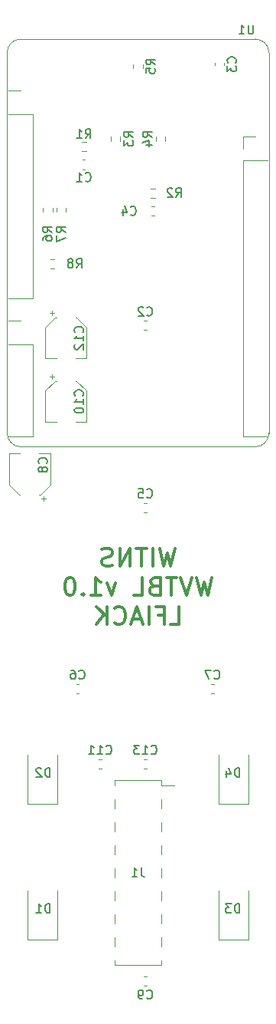
<source format=gbr>
%TF.GenerationSoftware,KiCad,Pcbnew,(6.0.9)*%
%TF.CreationDate,2023-01-29T17:20:29+01:00*%
%TF.ProjectId,wvtbl_main_board,77767462-6c5f-46d6-9169-6e5f626f6172,rev?*%
%TF.SameCoordinates,Original*%
%TF.FileFunction,Legend,Bot*%
%TF.FilePolarity,Positive*%
%FSLAX46Y46*%
G04 Gerber Fmt 4.6, Leading zero omitted, Abs format (unit mm)*
G04 Created by KiCad (PCBNEW (6.0.9)) date 2023-01-29 17:20:29*
%MOMM*%
%LPD*%
G01*
G04 APERTURE LIST*
%ADD10C,0.300000*%
%ADD11C,0.150000*%
%ADD12C,0.120000*%
G04 APERTURE END LIST*
D10*
X54095238Y-104184761D02*
X53619047Y-106184761D01*
X53238095Y-104756190D01*
X52857142Y-106184761D01*
X52380952Y-104184761D01*
X51619047Y-106184761D02*
X51619047Y-104184761D01*
X50952380Y-104184761D02*
X49809523Y-104184761D01*
X50380952Y-106184761D02*
X50380952Y-104184761D01*
X49142857Y-106184761D02*
X49142857Y-104184761D01*
X48000000Y-106184761D01*
X48000000Y-104184761D01*
X47142857Y-106089523D02*
X46857142Y-106184761D01*
X46380952Y-106184761D01*
X46190476Y-106089523D01*
X46095238Y-105994285D01*
X46000000Y-105803809D01*
X46000000Y-105613333D01*
X46095238Y-105422857D01*
X46190476Y-105327619D01*
X46380952Y-105232380D01*
X46761904Y-105137142D01*
X46952380Y-105041904D01*
X47047619Y-104946666D01*
X47142857Y-104756190D01*
X47142857Y-104565714D01*
X47047619Y-104375238D01*
X46952380Y-104280000D01*
X46761904Y-104184761D01*
X46285714Y-104184761D01*
X46000000Y-104280000D01*
X58190476Y-107404761D02*
X57714285Y-109404761D01*
X57333333Y-107976190D01*
X56952380Y-109404761D01*
X56476190Y-107404761D01*
X56000000Y-107404761D02*
X55333333Y-109404761D01*
X54666666Y-107404761D01*
X54285714Y-107404761D02*
X53142857Y-107404761D01*
X53714285Y-109404761D02*
X53714285Y-107404761D01*
X51809523Y-108357142D02*
X51523809Y-108452380D01*
X51428571Y-108547619D01*
X51333333Y-108738095D01*
X51333333Y-109023809D01*
X51428571Y-109214285D01*
X51523809Y-109309523D01*
X51714285Y-109404761D01*
X52476190Y-109404761D01*
X52476190Y-107404761D01*
X51809523Y-107404761D01*
X51619047Y-107500000D01*
X51523809Y-107595238D01*
X51428571Y-107785714D01*
X51428571Y-107976190D01*
X51523809Y-108166666D01*
X51619047Y-108261904D01*
X51809523Y-108357142D01*
X52476190Y-108357142D01*
X49523809Y-109404761D02*
X50476190Y-109404761D01*
X50476190Y-107404761D01*
X47523809Y-108071428D02*
X47047619Y-109404761D01*
X46571428Y-108071428D01*
X44761904Y-109404761D02*
X45904761Y-109404761D01*
X45333333Y-109404761D02*
X45333333Y-107404761D01*
X45523809Y-107690476D01*
X45714285Y-107880952D01*
X45904761Y-107976190D01*
X43904761Y-109214285D02*
X43809523Y-109309523D01*
X43904761Y-109404761D01*
X43999999Y-109309523D01*
X43904761Y-109214285D01*
X43904761Y-109404761D01*
X42571428Y-107404761D02*
X42380952Y-107404761D01*
X42190476Y-107500000D01*
X42095238Y-107595238D01*
X41999999Y-107785714D01*
X41904761Y-108166666D01*
X41904761Y-108642857D01*
X41999999Y-109023809D01*
X42095238Y-109214285D01*
X42190476Y-109309523D01*
X42380952Y-109404761D01*
X42571428Y-109404761D01*
X42761904Y-109309523D01*
X42857142Y-109214285D01*
X42952380Y-109023809D01*
X43047619Y-108642857D01*
X43047619Y-108166666D01*
X42952380Y-107785714D01*
X42857142Y-107595238D01*
X42761904Y-107500000D01*
X42571428Y-107404761D01*
X53571428Y-112624761D02*
X54523809Y-112624761D01*
X54523809Y-110624761D01*
X52238095Y-111577142D02*
X52904761Y-111577142D01*
X52904761Y-112624761D02*
X52904761Y-110624761D01*
X51952380Y-110624761D01*
X51190476Y-112624761D02*
X51190476Y-110624761D01*
X50333333Y-112053333D02*
X49380952Y-112053333D01*
X50523809Y-112624761D02*
X49857142Y-110624761D01*
X49190476Y-112624761D01*
X47380952Y-112434285D02*
X47476190Y-112529523D01*
X47761904Y-112624761D01*
X47952380Y-112624761D01*
X48238095Y-112529523D01*
X48428571Y-112339047D01*
X48523809Y-112148571D01*
X48619047Y-111767619D01*
X48619047Y-111481904D01*
X48523809Y-111100952D01*
X48428571Y-110910476D01*
X48238095Y-110720000D01*
X47952380Y-110624761D01*
X47761904Y-110624761D01*
X47476190Y-110720000D01*
X47380952Y-110815238D01*
X46523809Y-112624761D02*
X46523809Y-110624761D01*
X45380952Y-112624761D02*
X46238095Y-111481904D01*
X45380952Y-110624761D02*
X46523809Y-111767619D01*
D11*
%TO.C,R4*%
X51522380Y-58833333D02*
X51046190Y-58500000D01*
X51522380Y-58261904D02*
X50522380Y-58261904D01*
X50522380Y-58642857D01*
X50570000Y-58738095D01*
X50617619Y-58785714D01*
X50712857Y-58833333D01*
X50855714Y-58833333D01*
X50950952Y-58785714D01*
X50998571Y-58738095D01*
X51046190Y-58642857D01*
X51046190Y-58261904D01*
X50855714Y-59690476D02*
X51522380Y-59690476D01*
X50474761Y-59452380D02*
X51189047Y-59214285D01*
X51189047Y-59833333D01*
%TO.C,R3*%
X49452380Y-58833333D02*
X48976190Y-58500000D01*
X49452380Y-58261904D02*
X48452380Y-58261904D01*
X48452380Y-58642857D01*
X48500000Y-58738095D01*
X48547619Y-58785714D01*
X48642857Y-58833333D01*
X48785714Y-58833333D01*
X48880952Y-58785714D01*
X48928571Y-58738095D01*
X48976190Y-58642857D01*
X48976190Y-58261904D01*
X48452380Y-59166666D02*
X48452380Y-59785714D01*
X48833333Y-59452380D01*
X48833333Y-59595238D01*
X48880952Y-59690476D01*
X48928571Y-59738095D01*
X49023809Y-59785714D01*
X49261904Y-59785714D01*
X49357142Y-59738095D01*
X49404761Y-59690476D01*
X49452380Y-59595238D01*
X49452380Y-59309523D01*
X49404761Y-59214285D01*
X49357142Y-59166666D01*
%TO.C,C3*%
X60787142Y-50608333D02*
X60834761Y-50560714D01*
X60882380Y-50417857D01*
X60882380Y-50322619D01*
X60834761Y-50179761D01*
X60739523Y-50084523D01*
X60644285Y-50036904D01*
X60453809Y-49989285D01*
X60310952Y-49989285D01*
X60120476Y-50036904D01*
X60025238Y-50084523D01*
X59930000Y-50179761D01*
X59882380Y-50322619D01*
X59882380Y-50417857D01*
X59930000Y-50560714D01*
X59977619Y-50608333D01*
X59882380Y-50941666D02*
X59882380Y-51560714D01*
X60263333Y-51227380D01*
X60263333Y-51370238D01*
X60310952Y-51465476D01*
X60358571Y-51513095D01*
X60453809Y-51560714D01*
X60691904Y-51560714D01*
X60787142Y-51513095D01*
X60834761Y-51465476D01*
X60882380Y-51370238D01*
X60882380Y-51084523D01*
X60834761Y-50989285D01*
X60787142Y-50941666D01*
%TO.C,C9*%
X50966666Y-153857142D02*
X51014285Y-153904761D01*
X51157142Y-153952380D01*
X51252380Y-153952380D01*
X51395238Y-153904761D01*
X51490476Y-153809523D01*
X51538095Y-153714285D01*
X51585714Y-153523809D01*
X51585714Y-153380952D01*
X51538095Y-153190476D01*
X51490476Y-153095238D01*
X51395238Y-153000000D01*
X51252380Y-152952380D01*
X51157142Y-152952380D01*
X51014285Y-153000000D01*
X50966666Y-153047619D01*
X50490476Y-153952380D02*
X50300000Y-153952380D01*
X50204761Y-153904761D01*
X50157142Y-153857142D01*
X50061904Y-153714285D01*
X50014285Y-153523809D01*
X50014285Y-153142857D01*
X50061904Y-153047619D01*
X50109523Y-153000000D01*
X50204761Y-152952380D01*
X50395238Y-152952380D01*
X50490476Y-153000000D01*
X50538095Y-153047619D01*
X50585714Y-153142857D01*
X50585714Y-153380952D01*
X50538095Y-153476190D01*
X50490476Y-153523809D01*
X50395238Y-153571428D01*
X50204761Y-153571428D01*
X50109523Y-153523809D01*
X50061904Y-153476190D01*
X50014285Y-153380952D01*
%TO.C,D4*%
X61238095Y-129452380D02*
X61238095Y-128452380D01*
X61000000Y-128452380D01*
X60857142Y-128500000D01*
X60761904Y-128595238D01*
X60714285Y-128690476D01*
X60666666Y-128880952D01*
X60666666Y-129023809D01*
X60714285Y-129214285D01*
X60761904Y-129309523D01*
X60857142Y-129404761D01*
X61000000Y-129452380D01*
X61238095Y-129452380D01*
X59809523Y-128785714D02*
X59809523Y-129452380D01*
X60047619Y-128404761D02*
X60285714Y-129119047D01*
X59666666Y-129119047D01*
%TO.C,R8*%
X43166666Y-73252380D02*
X43500000Y-72776190D01*
X43738095Y-73252380D02*
X43738095Y-72252380D01*
X43357142Y-72252380D01*
X43261904Y-72300000D01*
X43214285Y-72347619D01*
X43166666Y-72442857D01*
X43166666Y-72585714D01*
X43214285Y-72680952D01*
X43261904Y-72728571D01*
X43357142Y-72776190D01*
X43738095Y-72776190D01*
X42595238Y-72680952D02*
X42690476Y-72633333D01*
X42738095Y-72585714D01*
X42785714Y-72490476D01*
X42785714Y-72442857D01*
X42738095Y-72347619D01*
X42690476Y-72300000D01*
X42595238Y-72252380D01*
X42404761Y-72252380D01*
X42309523Y-72300000D01*
X42261904Y-72347619D01*
X42214285Y-72442857D01*
X42214285Y-72490476D01*
X42261904Y-72585714D01*
X42309523Y-72633333D01*
X42404761Y-72680952D01*
X42595238Y-72680952D01*
X42690476Y-72728571D01*
X42738095Y-72776190D01*
X42785714Y-72871428D01*
X42785714Y-73061904D01*
X42738095Y-73157142D01*
X42690476Y-73204761D01*
X42595238Y-73252380D01*
X42404761Y-73252380D01*
X42309523Y-73204761D01*
X42261904Y-73157142D01*
X42214285Y-73061904D01*
X42214285Y-72871428D01*
X42261904Y-72776190D01*
X42309523Y-72728571D01*
X42404761Y-72680952D01*
%TO.C,C2*%
X50966666Y-78457142D02*
X51014285Y-78504761D01*
X51157142Y-78552380D01*
X51252380Y-78552380D01*
X51395238Y-78504761D01*
X51490476Y-78409523D01*
X51538095Y-78314285D01*
X51585714Y-78123809D01*
X51585714Y-77980952D01*
X51538095Y-77790476D01*
X51490476Y-77695238D01*
X51395238Y-77600000D01*
X51252380Y-77552380D01*
X51157142Y-77552380D01*
X51014285Y-77600000D01*
X50966666Y-77647619D01*
X50585714Y-77647619D02*
X50538095Y-77600000D01*
X50442857Y-77552380D01*
X50204761Y-77552380D01*
X50109523Y-77600000D01*
X50061904Y-77647619D01*
X50014285Y-77742857D01*
X50014285Y-77838095D01*
X50061904Y-77980952D01*
X50633333Y-78552380D01*
X50014285Y-78552380D01*
%TO.C,J1*%
X50333333Y-139452380D02*
X50333333Y-140166666D01*
X50380952Y-140309523D01*
X50476190Y-140404761D01*
X50619047Y-140452380D01*
X50714285Y-140452380D01*
X49333333Y-140452380D02*
X49904761Y-140452380D01*
X49619047Y-140452380D02*
X49619047Y-139452380D01*
X49714285Y-139595238D01*
X49809523Y-139690476D01*
X49904761Y-139738095D01*
%TO.C,C8*%
X39857142Y-94833333D02*
X39904761Y-94785714D01*
X39952380Y-94642857D01*
X39952380Y-94547619D01*
X39904761Y-94404761D01*
X39809523Y-94309523D01*
X39714285Y-94261904D01*
X39523809Y-94214285D01*
X39380952Y-94214285D01*
X39190476Y-94261904D01*
X39095238Y-94309523D01*
X39000000Y-94404761D01*
X38952380Y-94547619D01*
X38952380Y-94642857D01*
X39000000Y-94785714D01*
X39047619Y-94833333D01*
X39380952Y-95404761D02*
X39333333Y-95309523D01*
X39285714Y-95261904D01*
X39190476Y-95214285D01*
X39142857Y-95214285D01*
X39047619Y-95261904D01*
X39000000Y-95309523D01*
X38952380Y-95404761D01*
X38952380Y-95595238D01*
X39000000Y-95690476D01*
X39047619Y-95738095D01*
X39142857Y-95785714D01*
X39190476Y-95785714D01*
X39285714Y-95738095D01*
X39333333Y-95690476D01*
X39380952Y-95595238D01*
X39380952Y-95404761D01*
X39428571Y-95309523D01*
X39476190Y-95261904D01*
X39571428Y-95214285D01*
X39761904Y-95214285D01*
X39857142Y-95261904D01*
X39904761Y-95309523D01*
X39952380Y-95404761D01*
X39952380Y-95595238D01*
X39904761Y-95690476D01*
X39857142Y-95738095D01*
X39761904Y-95785714D01*
X39571428Y-95785714D01*
X39476190Y-95738095D01*
X39428571Y-95690476D01*
X39380952Y-95595238D01*
%TO.C,C12*%
X43857142Y-80357142D02*
X43904761Y-80309523D01*
X43952380Y-80166666D01*
X43952380Y-80071428D01*
X43904761Y-79928571D01*
X43809523Y-79833333D01*
X43714285Y-79785714D01*
X43523809Y-79738095D01*
X43380952Y-79738095D01*
X43190476Y-79785714D01*
X43095238Y-79833333D01*
X43000000Y-79928571D01*
X42952380Y-80071428D01*
X42952380Y-80166666D01*
X43000000Y-80309523D01*
X43047619Y-80357142D01*
X43952380Y-81309523D02*
X43952380Y-80738095D01*
X43952380Y-81023809D02*
X42952380Y-81023809D01*
X43095238Y-80928571D01*
X43190476Y-80833333D01*
X43238095Y-80738095D01*
X43047619Y-81690476D02*
X43000000Y-81738095D01*
X42952380Y-81833333D01*
X42952380Y-82071428D01*
X43000000Y-82166666D01*
X43047619Y-82214285D01*
X43142857Y-82261904D01*
X43238095Y-82261904D01*
X43380952Y-82214285D01*
X43952380Y-81642857D01*
X43952380Y-82261904D01*
%TO.C,C1*%
X44166666Y-63637142D02*
X44214285Y-63684761D01*
X44357142Y-63732380D01*
X44452380Y-63732380D01*
X44595238Y-63684761D01*
X44690476Y-63589523D01*
X44738095Y-63494285D01*
X44785714Y-63303809D01*
X44785714Y-63160952D01*
X44738095Y-62970476D01*
X44690476Y-62875238D01*
X44595238Y-62780000D01*
X44452380Y-62732380D01*
X44357142Y-62732380D01*
X44214285Y-62780000D01*
X44166666Y-62827619D01*
X43214285Y-63732380D02*
X43785714Y-63732380D01*
X43500000Y-63732380D02*
X43500000Y-62732380D01*
X43595238Y-62875238D01*
X43690476Y-62970476D01*
X43785714Y-63018095D01*
%TO.C,R2*%
X54166666Y-65452380D02*
X54500000Y-64976190D01*
X54738095Y-65452380D02*
X54738095Y-64452380D01*
X54357142Y-64452380D01*
X54261904Y-64500000D01*
X54214285Y-64547619D01*
X54166666Y-64642857D01*
X54166666Y-64785714D01*
X54214285Y-64880952D01*
X54261904Y-64928571D01*
X54357142Y-64976190D01*
X54738095Y-64976190D01*
X53785714Y-64547619D02*
X53738095Y-64500000D01*
X53642857Y-64452380D01*
X53404761Y-64452380D01*
X53309523Y-64500000D01*
X53261904Y-64547619D01*
X53214285Y-64642857D01*
X53214285Y-64738095D01*
X53261904Y-64880952D01*
X53833333Y-65452380D01*
X53214285Y-65452380D01*
%TO.C,C10*%
X43857142Y-87357142D02*
X43904761Y-87309523D01*
X43952380Y-87166666D01*
X43952380Y-87071428D01*
X43904761Y-86928571D01*
X43809523Y-86833333D01*
X43714285Y-86785714D01*
X43523809Y-86738095D01*
X43380952Y-86738095D01*
X43190476Y-86785714D01*
X43095238Y-86833333D01*
X43000000Y-86928571D01*
X42952380Y-87071428D01*
X42952380Y-87166666D01*
X43000000Y-87309523D01*
X43047619Y-87357142D01*
X43952380Y-88309523D02*
X43952380Y-87738095D01*
X43952380Y-88023809D02*
X42952380Y-88023809D01*
X43095238Y-87928571D01*
X43190476Y-87833333D01*
X43238095Y-87738095D01*
X42952380Y-88928571D02*
X42952380Y-89023809D01*
X43000000Y-89119047D01*
X43047619Y-89166666D01*
X43142857Y-89214285D01*
X43333333Y-89261904D01*
X43571428Y-89261904D01*
X43761904Y-89214285D01*
X43857142Y-89166666D01*
X43904761Y-89119047D01*
X43952380Y-89023809D01*
X43952380Y-88928571D01*
X43904761Y-88833333D01*
X43857142Y-88785714D01*
X43761904Y-88738095D01*
X43571428Y-88690476D01*
X43333333Y-88690476D01*
X43142857Y-88738095D01*
X43047619Y-88785714D01*
X43000000Y-88833333D01*
X42952380Y-88928571D01*
%TO.C,R5*%
X51882380Y-50833333D02*
X51406190Y-50500000D01*
X51882380Y-50261904D02*
X50882380Y-50261904D01*
X50882380Y-50642857D01*
X50930000Y-50738095D01*
X50977619Y-50785714D01*
X51072857Y-50833333D01*
X51215714Y-50833333D01*
X51310952Y-50785714D01*
X51358571Y-50738095D01*
X51406190Y-50642857D01*
X51406190Y-50261904D01*
X50882380Y-51738095D02*
X50882380Y-51261904D01*
X51358571Y-51214285D01*
X51310952Y-51261904D01*
X51263333Y-51357142D01*
X51263333Y-51595238D01*
X51310952Y-51690476D01*
X51358571Y-51738095D01*
X51453809Y-51785714D01*
X51691904Y-51785714D01*
X51787142Y-51738095D01*
X51834761Y-51690476D01*
X51882380Y-51595238D01*
X51882380Y-51357142D01*
X51834761Y-51261904D01*
X51787142Y-51214285D01*
%TO.C,D2*%
X40238095Y-129452380D02*
X40238095Y-128452380D01*
X40000000Y-128452380D01*
X39857142Y-128500000D01*
X39761904Y-128595238D01*
X39714285Y-128690476D01*
X39666666Y-128880952D01*
X39666666Y-129023809D01*
X39714285Y-129214285D01*
X39761904Y-129309523D01*
X39857142Y-129404761D01*
X40000000Y-129452380D01*
X40238095Y-129452380D01*
X39285714Y-128547619D02*
X39238095Y-128500000D01*
X39142857Y-128452380D01*
X38904761Y-128452380D01*
X38809523Y-128500000D01*
X38761904Y-128547619D01*
X38714285Y-128642857D01*
X38714285Y-128738095D01*
X38761904Y-128880952D01*
X39333333Y-129452380D01*
X38714285Y-129452380D01*
%TO.C,R6*%
X40452380Y-69333333D02*
X39976190Y-69000000D01*
X40452380Y-68761904D02*
X39452380Y-68761904D01*
X39452380Y-69142857D01*
X39500000Y-69238095D01*
X39547619Y-69285714D01*
X39642857Y-69333333D01*
X39785714Y-69333333D01*
X39880952Y-69285714D01*
X39928571Y-69238095D01*
X39976190Y-69142857D01*
X39976190Y-68761904D01*
X39452380Y-70190476D02*
X39452380Y-70000000D01*
X39500000Y-69904761D01*
X39547619Y-69857142D01*
X39690476Y-69761904D01*
X39880952Y-69714285D01*
X40261904Y-69714285D01*
X40357142Y-69761904D01*
X40404761Y-69809523D01*
X40452380Y-69904761D01*
X40452380Y-70095238D01*
X40404761Y-70190476D01*
X40357142Y-70238095D01*
X40261904Y-70285714D01*
X40023809Y-70285714D01*
X39928571Y-70238095D01*
X39880952Y-70190476D01*
X39833333Y-70095238D01*
X39833333Y-69904761D01*
X39880952Y-69809523D01*
X39928571Y-69761904D01*
X40023809Y-69714285D01*
%TO.C,C6*%
X43466666Y-118557142D02*
X43514285Y-118604761D01*
X43657142Y-118652380D01*
X43752380Y-118652380D01*
X43895238Y-118604761D01*
X43990476Y-118509523D01*
X44038095Y-118414285D01*
X44085714Y-118223809D01*
X44085714Y-118080952D01*
X44038095Y-117890476D01*
X43990476Y-117795238D01*
X43895238Y-117700000D01*
X43752380Y-117652380D01*
X43657142Y-117652380D01*
X43514285Y-117700000D01*
X43466666Y-117747619D01*
X42609523Y-117652380D02*
X42800000Y-117652380D01*
X42895238Y-117700000D01*
X42942857Y-117747619D01*
X43038095Y-117890476D01*
X43085714Y-118080952D01*
X43085714Y-118461904D01*
X43038095Y-118557142D01*
X42990476Y-118604761D01*
X42895238Y-118652380D01*
X42704761Y-118652380D01*
X42609523Y-118604761D01*
X42561904Y-118557142D01*
X42514285Y-118461904D01*
X42514285Y-118223809D01*
X42561904Y-118128571D01*
X42609523Y-118080952D01*
X42704761Y-118033333D01*
X42895238Y-118033333D01*
X42990476Y-118080952D01*
X43038095Y-118128571D01*
X43085714Y-118223809D01*
%TO.C,C5*%
X50966666Y-98557142D02*
X51014285Y-98604761D01*
X51157142Y-98652380D01*
X51252380Y-98652380D01*
X51395238Y-98604761D01*
X51490476Y-98509523D01*
X51538095Y-98414285D01*
X51585714Y-98223809D01*
X51585714Y-98080952D01*
X51538095Y-97890476D01*
X51490476Y-97795238D01*
X51395238Y-97700000D01*
X51252380Y-97652380D01*
X51157142Y-97652380D01*
X51014285Y-97700000D01*
X50966666Y-97747619D01*
X50061904Y-97652380D02*
X50538095Y-97652380D01*
X50585714Y-98128571D01*
X50538095Y-98080952D01*
X50442857Y-98033333D01*
X50204761Y-98033333D01*
X50109523Y-98080952D01*
X50061904Y-98128571D01*
X50014285Y-98223809D01*
X50014285Y-98461904D01*
X50061904Y-98557142D01*
X50109523Y-98604761D01*
X50204761Y-98652380D01*
X50442857Y-98652380D01*
X50538095Y-98604761D01*
X50585714Y-98557142D01*
%TO.C,D1*%
X40238095Y-144452380D02*
X40238095Y-143452380D01*
X40000000Y-143452380D01*
X39857142Y-143500000D01*
X39761904Y-143595238D01*
X39714285Y-143690476D01*
X39666666Y-143880952D01*
X39666666Y-144023809D01*
X39714285Y-144214285D01*
X39761904Y-144309523D01*
X39857142Y-144404761D01*
X40000000Y-144452380D01*
X40238095Y-144452380D01*
X38714285Y-144452380D02*
X39285714Y-144452380D01*
X39000000Y-144452380D02*
X39000000Y-143452380D01*
X39095238Y-143595238D01*
X39190476Y-143690476D01*
X39285714Y-143738095D01*
%TO.C,R7*%
X41952380Y-69333333D02*
X41476190Y-69000000D01*
X41952380Y-68761904D02*
X40952380Y-68761904D01*
X40952380Y-69142857D01*
X41000000Y-69238095D01*
X41047619Y-69285714D01*
X41142857Y-69333333D01*
X41285714Y-69333333D01*
X41380952Y-69285714D01*
X41428571Y-69238095D01*
X41476190Y-69142857D01*
X41476190Y-68761904D01*
X40952380Y-69666666D02*
X40952380Y-70333333D01*
X41952380Y-69904761D01*
%TO.C,C4*%
X49166666Y-67357142D02*
X49214285Y-67404761D01*
X49357142Y-67452380D01*
X49452380Y-67452380D01*
X49595238Y-67404761D01*
X49690476Y-67309523D01*
X49738095Y-67214285D01*
X49785714Y-67023809D01*
X49785714Y-66880952D01*
X49738095Y-66690476D01*
X49690476Y-66595238D01*
X49595238Y-66500000D01*
X49452380Y-66452380D01*
X49357142Y-66452380D01*
X49214285Y-66500000D01*
X49166666Y-66547619D01*
X48309523Y-66785714D02*
X48309523Y-67452380D01*
X48547619Y-66404761D02*
X48785714Y-67119047D01*
X48166666Y-67119047D01*
%TO.C,C7*%
X58416666Y-118557142D02*
X58464285Y-118604761D01*
X58607142Y-118652380D01*
X58702380Y-118652380D01*
X58845238Y-118604761D01*
X58940476Y-118509523D01*
X58988095Y-118414285D01*
X59035714Y-118223809D01*
X59035714Y-118080952D01*
X58988095Y-117890476D01*
X58940476Y-117795238D01*
X58845238Y-117700000D01*
X58702380Y-117652380D01*
X58607142Y-117652380D01*
X58464285Y-117700000D01*
X58416666Y-117747619D01*
X58083333Y-117652380D02*
X57416666Y-117652380D01*
X57845238Y-118652380D01*
%TO.C,C11*%
X46442857Y-126857142D02*
X46490476Y-126904761D01*
X46633333Y-126952380D01*
X46728571Y-126952380D01*
X46871428Y-126904761D01*
X46966666Y-126809523D01*
X47014285Y-126714285D01*
X47061904Y-126523809D01*
X47061904Y-126380952D01*
X47014285Y-126190476D01*
X46966666Y-126095238D01*
X46871428Y-126000000D01*
X46728571Y-125952380D01*
X46633333Y-125952380D01*
X46490476Y-126000000D01*
X46442857Y-126047619D01*
X45490476Y-126952380D02*
X46061904Y-126952380D01*
X45776190Y-126952380D02*
X45776190Y-125952380D01*
X45871428Y-126095238D01*
X45966666Y-126190476D01*
X46061904Y-126238095D01*
X44538095Y-126952380D02*
X45109523Y-126952380D01*
X44823809Y-126952380D02*
X44823809Y-125952380D01*
X44919047Y-126095238D01*
X45014285Y-126190476D01*
X45109523Y-126238095D01*
%TO.C,D3*%
X61238095Y-144452380D02*
X61238095Y-143452380D01*
X61000000Y-143452380D01*
X60857142Y-143500000D01*
X60761904Y-143595238D01*
X60714285Y-143690476D01*
X60666666Y-143880952D01*
X60666666Y-144023809D01*
X60714285Y-144214285D01*
X60761904Y-144309523D01*
X60857142Y-144404761D01*
X61000000Y-144452380D01*
X61238095Y-144452380D01*
X60333333Y-143452380D02*
X59714285Y-143452380D01*
X60047619Y-143833333D01*
X59904761Y-143833333D01*
X59809523Y-143880952D01*
X59761904Y-143928571D01*
X59714285Y-144023809D01*
X59714285Y-144261904D01*
X59761904Y-144357142D01*
X59809523Y-144404761D01*
X59904761Y-144452380D01*
X60190476Y-144452380D01*
X60285714Y-144404761D01*
X60333333Y-144357142D01*
%TO.C,R1*%
X44166666Y-58952380D02*
X44500000Y-58476190D01*
X44738095Y-58952380D02*
X44738095Y-57952380D01*
X44357142Y-57952380D01*
X44261904Y-58000000D01*
X44214285Y-58047619D01*
X44166666Y-58142857D01*
X44166666Y-58285714D01*
X44214285Y-58380952D01*
X44261904Y-58428571D01*
X44357142Y-58476190D01*
X44738095Y-58476190D01*
X43214285Y-58952380D02*
X43785714Y-58952380D01*
X43500000Y-58952380D02*
X43500000Y-57952380D01*
X43595238Y-58095238D01*
X43690476Y-58190476D01*
X43785714Y-58238095D01*
%TO.C,C13*%
X51442857Y-126857142D02*
X51490476Y-126904761D01*
X51633333Y-126952380D01*
X51728571Y-126952380D01*
X51871428Y-126904761D01*
X51966666Y-126809523D01*
X52014285Y-126714285D01*
X52061904Y-126523809D01*
X52061904Y-126380952D01*
X52014285Y-126190476D01*
X51966666Y-126095238D01*
X51871428Y-126000000D01*
X51728571Y-125952380D01*
X51633333Y-125952380D01*
X51490476Y-126000000D01*
X51442857Y-126047619D01*
X50490476Y-126952380D02*
X51061904Y-126952380D01*
X50776190Y-126952380D02*
X50776190Y-125952380D01*
X50871428Y-126095238D01*
X50966666Y-126190476D01*
X51061904Y-126238095D01*
X50157142Y-125952380D02*
X49538095Y-125952380D01*
X49871428Y-126333333D01*
X49728571Y-126333333D01*
X49633333Y-126380952D01*
X49585714Y-126428571D01*
X49538095Y-126523809D01*
X49538095Y-126761904D01*
X49585714Y-126857142D01*
X49633333Y-126904761D01*
X49728571Y-126952380D01*
X50014285Y-126952380D01*
X50109523Y-126904761D01*
X50157142Y-126857142D01*
%TO.C,U1*%
X62761904Y-46452380D02*
X62761904Y-47261904D01*
X62714285Y-47357142D01*
X62666666Y-47404761D01*
X62571428Y-47452380D01*
X62380952Y-47452380D01*
X62285714Y-47404761D01*
X62238095Y-47357142D01*
X62190476Y-47261904D01*
X62190476Y-46452380D01*
X61190476Y-47452380D02*
X61761904Y-47452380D01*
X61476190Y-47452380D02*
X61476190Y-46452380D01*
X61571428Y-46595238D01*
X61666666Y-46690476D01*
X61761904Y-46738095D01*
D12*
%TO.C,R4*%
X51977500Y-58762742D02*
X51977500Y-59237258D01*
X53022500Y-58762742D02*
X53022500Y-59237258D01*
%TO.C,R3*%
X46977500Y-58762742D02*
X46977500Y-59237258D01*
X48022500Y-58762742D02*
X48022500Y-59237258D01*
%TO.C,C3*%
X59510000Y-50915580D02*
X59510000Y-50634420D01*
X58490000Y-50915580D02*
X58490000Y-50634420D01*
%TO.C,C9*%
X50940580Y-152510000D02*
X50659420Y-152510000D01*
X50940580Y-151490000D02*
X50659420Y-151490000D01*
%TO.C,D4*%
X62250000Y-132400000D02*
X58950000Y-132400000D01*
X62250000Y-132400000D02*
X62250000Y-127000000D01*
X58950000Y-132400000D02*
X58950000Y-127000000D01*
%TO.C,R8*%
X40737258Y-72277500D02*
X40262742Y-72277500D01*
X40737258Y-73322500D02*
X40262742Y-73322500D01*
%TO.C,C2*%
X50659420Y-79090000D02*
X50940580Y-79090000D01*
X50659420Y-80110000D02*
X50940580Y-80110000D01*
%TO.C,J1*%
X52600000Y-139490000D02*
X52600000Y-140510000D01*
X52600000Y-129780000D02*
X47400000Y-129780000D01*
X47400000Y-131870000D02*
X47400000Y-132890000D01*
X47400000Y-144570000D02*
X47400000Y-145590000D01*
X47400000Y-149650000D02*
X47400000Y-150220000D01*
X47400000Y-142030000D02*
X47400000Y-143050000D01*
X47400000Y-139490000D02*
X47400000Y-140510000D01*
X47400000Y-129780000D02*
X47400000Y-130350000D01*
X54040000Y-130350000D02*
X52600000Y-130350000D01*
X47400000Y-136950000D02*
X47400000Y-137970000D01*
X52600000Y-131870000D02*
X52600000Y-132890000D01*
X52600000Y-147110000D02*
X52600000Y-148130000D01*
X52600000Y-134410000D02*
X52600000Y-135430000D01*
X47400000Y-134410000D02*
X47400000Y-135430000D01*
X47400000Y-147110000D02*
X47400000Y-148130000D01*
X52600000Y-142030000D02*
X52600000Y-143050000D01*
X52600000Y-144570000D02*
X52600000Y-145590000D01*
X52600000Y-136950000D02*
X52600000Y-137970000D01*
X52600000Y-129780000D02*
X52600000Y-130350000D01*
X52600000Y-149650000D02*
X52600000Y-150220000D01*
X52600000Y-150220000D02*
X47400000Y-150220000D01*
%TO.C,C8*%
X39810000Y-98750000D02*
X39310000Y-98750000D01*
X39195563Y-98260000D02*
X40260000Y-97195563D01*
X36804437Y-98260000D02*
X35740000Y-97195563D01*
X35740000Y-97195563D02*
X35740000Y-93740000D01*
X39560000Y-99000000D02*
X39560000Y-98500000D01*
X39195563Y-98260000D02*
X39060000Y-98260000D01*
X40260000Y-97195563D02*
X40260000Y-93740000D01*
X35740000Y-93740000D02*
X36940000Y-93740000D01*
X36804437Y-98260000D02*
X36940000Y-98260000D01*
X40260000Y-93740000D02*
X39060000Y-93740000D01*
%TO.C,C12*%
X43195563Y-78740000D02*
X43060000Y-78740000D01*
X40804437Y-78740000D02*
X40940000Y-78740000D01*
X44260000Y-79804437D02*
X44260000Y-83260000D01*
X40440000Y-78000000D02*
X40440000Y-78500000D01*
X39740000Y-83260000D02*
X40940000Y-83260000D01*
X40190000Y-78250000D02*
X40690000Y-78250000D01*
X44260000Y-83260000D02*
X43060000Y-83260000D01*
X40804437Y-78740000D02*
X39740000Y-79804437D01*
X43195563Y-78740000D02*
X44260000Y-79804437D01*
X39740000Y-79804437D02*
X39740000Y-83260000D01*
%TO.C,C1*%
X43859420Y-62360000D02*
X44140580Y-62360000D01*
X43859420Y-61340000D02*
X44140580Y-61340000D01*
%TO.C,R2*%
X51412742Y-65522500D02*
X51887258Y-65522500D01*
X51412742Y-64477500D02*
X51887258Y-64477500D01*
%TO.C,C10*%
X43195563Y-85740000D02*
X43060000Y-85740000D01*
X44260000Y-86804437D02*
X44260000Y-90260000D01*
X40804437Y-85740000D02*
X40940000Y-85740000D01*
X39740000Y-90260000D02*
X40940000Y-90260000D01*
X43195563Y-85740000D02*
X44260000Y-86804437D01*
X39740000Y-86804437D02*
X39740000Y-90260000D01*
X40190000Y-85250000D02*
X40690000Y-85250000D01*
X40440000Y-85000000D02*
X40440000Y-85500000D01*
X40804437Y-85740000D02*
X39740000Y-86804437D01*
X44260000Y-90260000D02*
X43060000Y-90260000D01*
%TO.C,R5*%
X49477500Y-51237258D02*
X49477500Y-50762742D01*
X50522500Y-51237258D02*
X50522500Y-50762742D01*
%TO.C,D2*%
X41050000Y-132400000D02*
X37750000Y-132400000D01*
X41050000Y-132400000D02*
X41050000Y-127000000D01*
X37750000Y-132400000D02*
X37750000Y-127000000D01*
%TO.C,R6*%
X39477500Y-66612742D02*
X39477500Y-67087258D01*
X40522500Y-66612742D02*
X40522500Y-67087258D01*
%TO.C,C6*%
X43159420Y-120210000D02*
X43440580Y-120210000D01*
X43159420Y-119190000D02*
X43440580Y-119190000D01*
%TO.C,C5*%
X50659420Y-99190000D02*
X50940580Y-99190000D01*
X50659420Y-100210000D02*
X50940580Y-100210000D01*
%TO.C,D1*%
X41050000Y-147400000D02*
X37750000Y-147400000D01*
X41050000Y-147400000D02*
X41050000Y-142000000D01*
X37750000Y-147400000D02*
X37750000Y-142000000D01*
%TO.C,R7*%
X40977500Y-66612742D02*
X40977500Y-67087258D01*
X42022500Y-66612742D02*
X42022500Y-67087258D01*
%TO.C,C4*%
X51509420Y-67510000D02*
X51790580Y-67510000D01*
X51509420Y-66490000D02*
X51790580Y-66490000D01*
%TO.C,C7*%
X58109420Y-119190000D02*
X58390580Y-119190000D01*
X58109420Y-120210000D02*
X58390580Y-120210000D01*
%TO.C,C11*%
X45659420Y-128510000D02*
X45940580Y-128510000D01*
X45659420Y-127490000D02*
X45940580Y-127490000D01*
%TO.C,D3*%
X62250000Y-147400000D02*
X58950000Y-147400000D01*
X58950000Y-147400000D02*
X58950000Y-142000000D01*
X62250000Y-147400000D02*
X62250000Y-142000000D01*
%TO.C,R1*%
X43762742Y-59327500D02*
X44237258Y-59327500D01*
X43762742Y-60372500D02*
X44237258Y-60372500D01*
%TO.C,C13*%
X50659420Y-128510000D02*
X50940580Y-128510000D01*
X50659420Y-127490000D02*
X50940580Y-127490000D01*
%TO.C,U1*%
X63000000Y-58750000D02*
X61670000Y-58750000D01*
X35500000Y-49500000D02*
X35500000Y-91500000D01*
X61670000Y-61350000D02*
X61670000Y-91890000D01*
X38330000Y-91890000D02*
X35670000Y-91890000D01*
X38330000Y-56270000D02*
X38330000Y-76650000D01*
X64330000Y-61350000D02*
X61670000Y-61350000D01*
X64500000Y-91500000D02*
X64500000Y-49500000D01*
X61670000Y-58750000D02*
X61670000Y-60080000D01*
X38330000Y-56270000D02*
X35670000Y-56270000D01*
X37000000Y-79070000D02*
X35670000Y-79070000D01*
X38330000Y-76650000D02*
X35670000Y-76650000D01*
X38330000Y-81670000D02*
X35670000Y-81670000D01*
X38330000Y-81670000D02*
X38330000Y-91890000D01*
X64330000Y-91890000D02*
X61670000Y-91890000D01*
X63000000Y-48000000D02*
X37000000Y-48000000D01*
X37000000Y-93000000D02*
X63000000Y-93000000D01*
X37000000Y-53670000D02*
X35670000Y-53670000D01*
X35500000Y-91500000D02*
G75*
G03*
X37000000Y-93000000I1500000J0D01*
G01*
X64500000Y-49500000D02*
G75*
G03*
X63000000Y-48000000I-1500001J-1D01*
G01*
X63000000Y-93000000D02*
G75*
G03*
X64500000Y-91500000I-1J1500001D01*
G01*
X37000000Y-48000000D02*
G75*
G03*
X35500000Y-49500000I0J-1500000D01*
G01*
%TD*%
M02*

</source>
